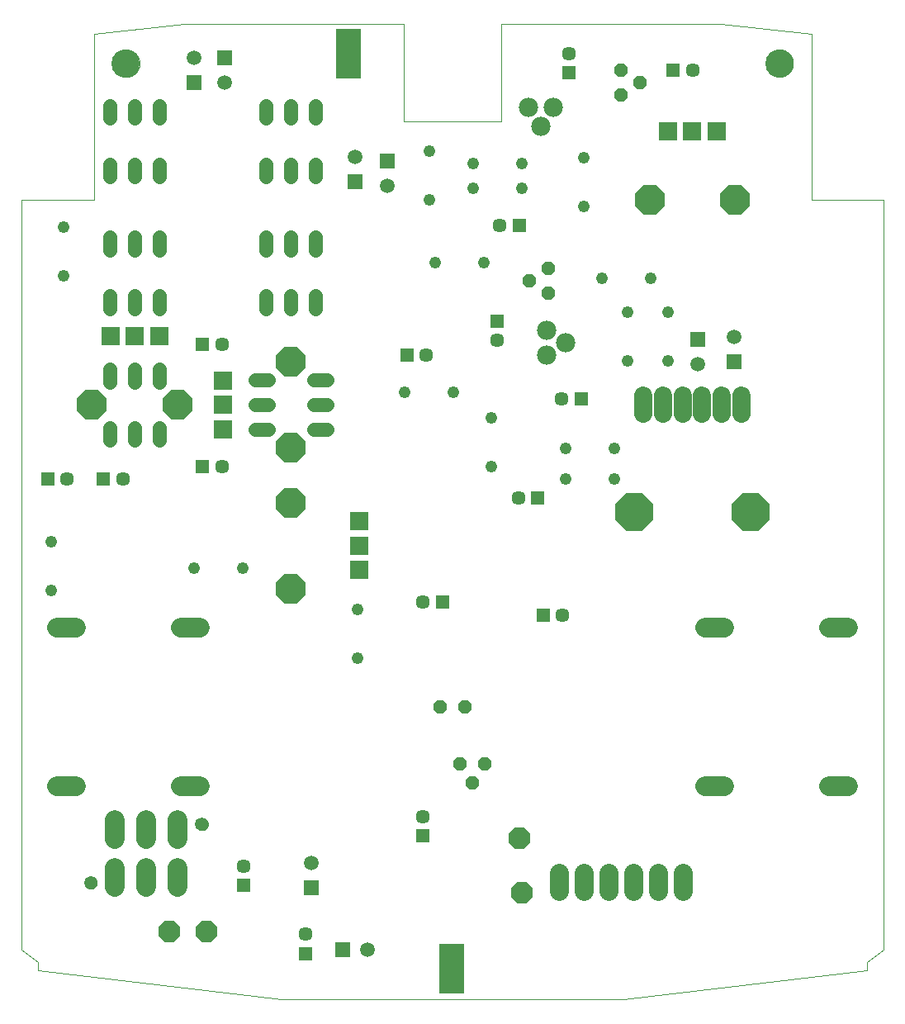
<source format=gbs>
G75*
%MOIN*%
%OFA0B0*%
%FSLAX25Y25*%
%IPPOS*%
%LPD*%
%AMOC8*
5,1,8,0,0,1.08239X$1,22.5*
%
%ADD10C,0.00000*%
%ADD11C,0.04900*%
%ADD12R,0.05715X0.05715*%
%ADD13C,0.05715*%
%ADD14C,0.05943*%
%ADD15R,0.05943X0.05943*%
%ADD16C,0.05600*%
%ADD17C,0.08077*%
%ADD18OC8,0.05600*%
%ADD19OC8,0.08900*%
%ADD20C,0.07800*%
%ADD21R,0.07800X0.07800*%
%ADD22OC8,0.12211*%
%ADD23C,0.07487*%
%ADD24OC8,0.15400*%
%ADD25C,0.07800*%
%ADD26C,0.05321*%
%ADD27C,0.11424*%
%ADD28R,0.10400X0.20400*%
D10*
X0035280Y0038800D02*
X0041933Y0034115D01*
X0041933Y0030611D01*
X0140358Y0018800D01*
X0278154Y0018800D01*
X0376579Y0030611D01*
X0376579Y0034115D01*
X0383272Y0038800D01*
X0383272Y0341635D01*
X0354138Y0341635D01*
X0354138Y0408564D01*
X0317524Y0412501D01*
X0228941Y0412501D01*
X0228941Y0373131D01*
X0189571Y0373131D01*
X0189571Y0412501D01*
X0100988Y0412501D01*
X0064374Y0408564D01*
X0064374Y0341635D01*
X0035240Y0341635D01*
X0035280Y0038800D01*
X0041933Y0030611D02*
X0140358Y0018800D01*
X0278154Y0018800D01*
X0376579Y0030611D01*
X0105535Y0089666D02*
X0105537Y0089765D01*
X0105543Y0089864D01*
X0105553Y0089963D01*
X0105567Y0090061D01*
X0105585Y0090158D01*
X0105607Y0090255D01*
X0105632Y0090351D01*
X0105662Y0090445D01*
X0105695Y0090539D01*
X0105732Y0090631D01*
X0105773Y0090721D01*
X0105817Y0090810D01*
X0105865Y0090896D01*
X0105916Y0090981D01*
X0105971Y0091064D01*
X0106029Y0091144D01*
X0106090Y0091222D01*
X0106154Y0091298D01*
X0106221Y0091371D01*
X0106291Y0091441D01*
X0106364Y0091508D01*
X0106440Y0091572D01*
X0106518Y0091633D01*
X0106598Y0091691D01*
X0106681Y0091746D01*
X0106765Y0091797D01*
X0106852Y0091845D01*
X0106941Y0091889D01*
X0107031Y0091930D01*
X0107123Y0091967D01*
X0107217Y0092000D01*
X0107311Y0092030D01*
X0107407Y0092055D01*
X0107504Y0092077D01*
X0107601Y0092095D01*
X0107699Y0092109D01*
X0107798Y0092119D01*
X0107897Y0092125D01*
X0107996Y0092127D01*
X0108095Y0092125D01*
X0108194Y0092119D01*
X0108293Y0092109D01*
X0108391Y0092095D01*
X0108488Y0092077D01*
X0108585Y0092055D01*
X0108681Y0092030D01*
X0108775Y0092000D01*
X0108869Y0091967D01*
X0108961Y0091930D01*
X0109051Y0091889D01*
X0109140Y0091845D01*
X0109226Y0091797D01*
X0109311Y0091746D01*
X0109394Y0091691D01*
X0109474Y0091633D01*
X0109552Y0091572D01*
X0109628Y0091508D01*
X0109701Y0091441D01*
X0109771Y0091371D01*
X0109838Y0091298D01*
X0109902Y0091222D01*
X0109963Y0091144D01*
X0110021Y0091064D01*
X0110076Y0090981D01*
X0110127Y0090897D01*
X0110175Y0090810D01*
X0110219Y0090721D01*
X0110260Y0090631D01*
X0110297Y0090539D01*
X0110330Y0090445D01*
X0110360Y0090351D01*
X0110385Y0090255D01*
X0110407Y0090158D01*
X0110425Y0090061D01*
X0110439Y0089963D01*
X0110449Y0089864D01*
X0110455Y0089765D01*
X0110457Y0089666D01*
X0110455Y0089567D01*
X0110449Y0089468D01*
X0110439Y0089369D01*
X0110425Y0089271D01*
X0110407Y0089174D01*
X0110385Y0089077D01*
X0110360Y0088981D01*
X0110330Y0088887D01*
X0110297Y0088793D01*
X0110260Y0088701D01*
X0110219Y0088611D01*
X0110175Y0088522D01*
X0110127Y0088436D01*
X0110076Y0088351D01*
X0110021Y0088268D01*
X0109963Y0088188D01*
X0109902Y0088110D01*
X0109838Y0088034D01*
X0109771Y0087961D01*
X0109701Y0087891D01*
X0109628Y0087824D01*
X0109552Y0087760D01*
X0109474Y0087699D01*
X0109394Y0087641D01*
X0109311Y0087586D01*
X0109227Y0087535D01*
X0109140Y0087487D01*
X0109051Y0087443D01*
X0108961Y0087402D01*
X0108869Y0087365D01*
X0108775Y0087332D01*
X0108681Y0087302D01*
X0108585Y0087277D01*
X0108488Y0087255D01*
X0108391Y0087237D01*
X0108293Y0087223D01*
X0108194Y0087213D01*
X0108095Y0087207D01*
X0107996Y0087205D01*
X0107897Y0087207D01*
X0107798Y0087213D01*
X0107699Y0087223D01*
X0107601Y0087237D01*
X0107504Y0087255D01*
X0107407Y0087277D01*
X0107311Y0087302D01*
X0107217Y0087332D01*
X0107123Y0087365D01*
X0107031Y0087402D01*
X0106941Y0087443D01*
X0106852Y0087487D01*
X0106766Y0087535D01*
X0106681Y0087586D01*
X0106598Y0087641D01*
X0106518Y0087699D01*
X0106440Y0087760D01*
X0106364Y0087824D01*
X0106291Y0087891D01*
X0106221Y0087961D01*
X0106154Y0088034D01*
X0106090Y0088110D01*
X0106029Y0088188D01*
X0105971Y0088268D01*
X0105916Y0088351D01*
X0105865Y0088435D01*
X0105817Y0088522D01*
X0105773Y0088611D01*
X0105732Y0088701D01*
X0105695Y0088793D01*
X0105662Y0088887D01*
X0105632Y0088981D01*
X0105607Y0089077D01*
X0105585Y0089174D01*
X0105567Y0089271D01*
X0105553Y0089369D01*
X0105543Y0089468D01*
X0105537Y0089567D01*
X0105535Y0089666D01*
X0060653Y0066044D02*
X0060655Y0066143D01*
X0060661Y0066242D01*
X0060671Y0066341D01*
X0060685Y0066439D01*
X0060703Y0066536D01*
X0060725Y0066633D01*
X0060750Y0066729D01*
X0060780Y0066823D01*
X0060813Y0066917D01*
X0060850Y0067009D01*
X0060891Y0067099D01*
X0060935Y0067188D01*
X0060983Y0067274D01*
X0061034Y0067359D01*
X0061089Y0067442D01*
X0061147Y0067522D01*
X0061208Y0067600D01*
X0061272Y0067676D01*
X0061339Y0067749D01*
X0061409Y0067819D01*
X0061482Y0067886D01*
X0061558Y0067950D01*
X0061636Y0068011D01*
X0061716Y0068069D01*
X0061799Y0068124D01*
X0061883Y0068175D01*
X0061970Y0068223D01*
X0062059Y0068267D01*
X0062149Y0068308D01*
X0062241Y0068345D01*
X0062335Y0068378D01*
X0062429Y0068408D01*
X0062525Y0068433D01*
X0062622Y0068455D01*
X0062719Y0068473D01*
X0062817Y0068487D01*
X0062916Y0068497D01*
X0063015Y0068503D01*
X0063114Y0068505D01*
X0063213Y0068503D01*
X0063312Y0068497D01*
X0063411Y0068487D01*
X0063509Y0068473D01*
X0063606Y0068455D01*
X0063703Y0068433D01*
X0063799Y0068408D01*
X0063893Y0068378D01*
X0063987Y0068345D01*
X0064079Y0068308D01*
X0064169Y0068267D01*
X0064258Y0068223D01*
X0064344Y0068175D01*
X0064429Y0068124D01*
X0064512Y0068069D01*
X0064592Y0068011D01*
X0064670Y0067950D01*
X0064746Y0067886D01*
X0064819Y0067819D01*
X0064889Y0067749D01*
X0064956Y0067676D01*
X0065020Y0067600D01*
X0065081Y0067522D01*
X0065139Y0067442D01*
X0065194Y0067359D01*
X0065245Y0067275D01*
X0065293Y0067188D01*
X0065337Y0067099D01*
X0065378Y0067009D01*
X0065415Y0066917D01*
X0065448Y0066823D01*
X0065478Y0066729D01*
X0065503Y0066633D01*
X0065525Y0066536D01*
X0065543Y0066439D01*
X0065557Y0066341D01*
X0065567Y0066242D01*
X0065573Y0066143D01*
X0065575Y0066044D01*
X0065573Y0065945D01*
X0065567Y0065846D01*
X0065557Y0065747D01*
X0065543Y0065649D01*
X0065525Y0065552D01*
X0065503Y0065455D01*
X0065478Y0065359D01*
X0065448Y0065265D01*
X0065415Y0065171D01*
X0065378Y0065079D01*
X0065337Y0064989D01*
X0065293Y0064900D01*
X0065245Y0064814D01*
X0065194Y0064729D01*
X0065139Y0064646D01*
X0065081Y0064566D01*
X0065020Y0064488D01*
X0064956Y0064412D01*
X0064889Y0064339D01*
X0064819Y0064269D01*
X0064746Y0064202D01*
X0064670Y0064138D01*
X0064592Y0064077D01*
X0064512Y0064019D01*
X0064429Y0063964D01*
X0064345Y0063913D01*
X0064258Y0063865D01*
X0064169Y0063821D01*
X0064079Y0063780D01*
X0063987Y0063743D01*
X0063893Y0063710D01*
X0063799Y0063680D01*
X0063703Y0063655D01*
X0063606Y0063633D01*
X0063509Y0063615D01*
X0063411Y0063601D01*
X0063312Y0063591D01*
X0063213Y0063585D01*
X0063114Y0063583D01*
X0063015Y0063585D01*
X0062916Y0063591D01*
X0062817Y0063601D01*
X0062719Y0063615D01*
X0062622Y0063633D01*
X0062525Y0063655D01*
X0062429Y0063680D01*
X0062335Y0063710D01*
X0062241Y0063743D01*
X0062149Y0063780D01*
X0062059Y0063821D01*
X0061970Y0063865D01*
X0061884Y0063913D01*
X0061799Y0063964D01*
X0061716Y0064019D01*
X0061636Y0064077D01*
X0061558Y0064138D01*
X0061482Y0064202D01*
X0061409Y0064269D01*
X0061339Y0064339D01*
X0061272Y0064412D01*
X0061208Y0064488D01*
X0061147Y0064566D01*
X0061089Y0064646D01*
X0061034Y0064729D01*
X0060983Y0064813D01*
X0060935Y0064900D01*
X0060891Y0064989D01*
X0060850Y0065079D01*
X0060813Y0065171D01*
X0060780Y0065265D01*
X0060750Y0065359D01*
X0060725Y0065455D01*
X0060703Y0065552D01*
X0060685Y0065649D01*
X0060671Y0065747D01*
X0060661Y0065846D01*
X0060655Y0065945D01*
X0060653Y0066044D01*
X0071854Y0396753D02*
X0071856Y0396901D01*
X0071862Y0397049D01*
X0071872Y0397197D01*
X0071886Y0397344D01*
X0071904Y0397491D01*
X0071925Y0397637D01*
X0071951Y0397783D01*
X0071981Y0397928D01*
X0072014Y0398072D01*
X0072052Y0398215D01*
X0072093Y0398357D01*
X0072138Y0398498D01*
X0072186Y0398638D01*
X0072239Y0398777D01*
X0072295Y0398914D01*
X0072355Y0399049D01*
X0072418Y0399183D01*
X0072485Y0399315D01*
X0072556Y0399445D01*
X0072630Y0399573D01*
X0072707Y0399699D01*
X0072788Y0399823D01*
X0072872Y0399945D01*
X0072959Y0400064D01*
X0073050Y0400181D01*
X0073144Y0400296D01*
X0073240Y0400408D01*
X0073340Y0400518D01*
X0073442Y0400624D01*
X0073548Y0400728D01*
X0073656Y0400829D01*
X0073767Y0400927D01*
X0073880Y0401023D01*
X0073996Y0401115D01*
X0074114Y0401204D01*
X0074235Y0401289D01*
X0074358Y0401372D01*
X0074483Y0401451D01*
X0074610Y0401527D01*
X0074739Y0401599D01*
X0074870Y0401668D01*
X0075003Y0401733D01*
X0075138Y0401794D01*
X0075274Y0401852D01*
X0075411Y0401907D01*
X0075550Y0401957D01*
X0075691Y0402004D01*
X0075832Y0402047D01*
X0075975Y0402087D01*
X0076119Y0402122D01*
X0076263Y0402154D01*
X0076409Y0402181D01*
X0076555Y0402205D01*
X0076702Y0402225D01*
X0076849Y0402241D01*
X0076996Y0402253D01*
X0077144Y0402261D01*
X0077292Y0402265D01*
X0077440Y0402265D01*
X0077588Y0402261D01*
X0077736Y0402253D01*
X0077883Y0402241D01*
X0078030Y0402225D01*
X0078177Y0402205D01*
X0078323Y0402181D01*
X0078469Y0402154D01*
X0078613Y0402122D01*
X0078757Y0402087D01*
X0078900Y0402047D01*
X0079041Y0402004D01*
X0079182Y0401957D01*
X0079321Y0401907D01*
X0079458Y0401852D01*
X0079594Y0401794D01*
X0079729Y0401733D01*
X0079862Y0401668D01*
X0079993Y0401599D01*
X0080122Y0401527D01*
X0080249Y0401451D01*
X0080374Y0401372D01*
X0080497Y0401289D01*
X0080618Y0401204D01*
X0080736Y0401115D01*
X0080852Y0401023D01*
X0080965Y0400927D01*
X0081076Y0400829D01*
X0081184Y0400728D01*
X0081290Y0400624D01*
X0081392Y0400518D01*
X0081492Y0400408D01*
X0081588Y0400296D01*
X0081682Y0400181D01*
X0081773Y0400064D01*
X0081860Y0399945D01*
X0081944Y0399823D01*
X0082025Y0399699D01*
X0082102Y0399573D01*
X0082176Y0399445D01*
X0082247Y0399315D01*
X0082314Y0399183D01*
X0082377Y0399049D01*
X0082437Y0398914D01*
X0082493Y0398777D01*
X0082546Y0398638D01*
X0082594Y0398498D01*
X0082639Y0398357D01*
X0082680Y0398215D01*
X0082718Y0398072D01*
X0082751Y0397928D01*
X0082781Y0397783D01*
X0082807Y0397637D01*
X0082828Y0397491D01*
X0082846Y0397344D01*
X0082860Y0397197D01*
X0082870Y0397049D01*
X0082876Y0396901D01*
X0082878Y0396753D01*
X0082876Y0396605D01*
X0082870Y0396457D01*
X0082860Y0396309D01*
X0082846Y0396162D01*
X0082828Y0396015D01*
X0082807Y0395869D01*
X0082781Y0395723D01*
X0082751Y0395578D01*
X0082718Y0395434D01*
X0082680Y0395291D01*
X0082639Y0395149D01*
X0082594Y0395008D01*
X0082546Y0394868D01*
X0082493Y0394729D01*
X0082437Y0394592D01*
X0082377Y0394457D01*
X0082314Y0394323D01*
X0082247Y0394191D01*
X0082176Y0394061D01*
X0082102Y0393933D01*
X0082025Y0393807D01*
X0081944Y0393683D01*
X0081860Y0393561D01*
X0081773Y0393442D01*
X0081682Y0393325D01*
X0081588Y0393210D01*
X0081492Y0393098D01*
X0081392Y0392988D01*
X0081290Y0392882D01*
X0081184Y0392778D01*
X0081076Y0392677D01*
X0080965Y0392579D01*
X0080852Y0392483D01*
X0080736Y0392391D01*
X0080618Y0392302D01*
X0080497Y0392217D01*
X0080374Y0392134D01*
X0080249Y0392055D01*
X0080122Y0391979D01*
X0079993Y0391907D01*
X0079862Y0391838D01*
X0079729Y0391773D01*
X0079594Y0391712D01*
X0079458Y0391654D01*
X0079321Y0391599D01*
X0079182Y0391549D01*
X0079041Y0391502D01*
X0078900Y0391459D01*
X0078757Y0391419D01*
X0078613Y0391384D01*
X0078469Y0391352D01*
X0078323Y0391325D01*
X0078177Y0391301D01*
X0078030Y0391281D01*
X0077883Y0391265D01*
X0077736Y0391253D01*
X0077588Y0391245D01*
X0077440Y0391241D01*
X0077292Y0391241D01*
X0077144Y0391245D01*
X0076996Y0391253D01*
X0076849Y0391265D01*
X0076702Y0391281D01*
X0076555Y0391301D01*
X0076409Y0391325D01*
X0076263Y0391352D01*
X0076119Y0391384D01*
X0075975Y0391419D01*
X0075832Y0391459D01*
X0075691Y0391502D01*
X0075550Y0391549D01*
X0075411Y0391599D01*
X0075274Y0391654D01*
X0075138Y0391712D01*
X0075003Y0391773D01*
X0074870Y0391838D01*
X0074739Y0391907D01*
X0074610Y0391979D01*
X0074483Y0392055D01*
X0074358Y0392134D01*
X0074235Y0392217D01*
X0074114Y0392302D01*
X0073996Y0392391D01*
X0073880Y0392483D01*
X0073767Y0392579D01*
X0073656Y0392677D01*
X0073548Y0392778D01*
X0073442Y0392882D01*
X0073340Y0392988D01*
X0073240Y0393098D01*
X0073144Y0393210D01*
X0073050Y0393325D01*
X0072959Y0393442D01*
X0072872Y0393561D01*
X0072788Y0393683D01*
X0072707Y0393807D01*
X0072630Y0393933D01*
X0072556Y0394061D01*
X0072485Y0394191D01*
X0072418Y0394323D01*
X0072355Y0394457D01*
X0072295Y0394592D01*
X0072239Y0394729D01*
X0072186Y0394868D01*
X0072138Y0395008D01*
X0072093Y0395149D01*
X0072052Y0395291D01*
X0072014Y0395434D01*
X0071981Y0395578D01*
X0071951Y0395723D01*
X0071925Y0395869D01*
X0071904Y0396015D01*
X0071886Y0396162D01*
X0071872Y0396309D01*
X0071862Y0396457D01*
X0071856Y0396605D01*
X0071854Y0396753D01*
X0335634Y0396753D02*
X0335636Y0396901D01*
X0335642Y0397049D01*
X0335652Y0397197D01*
X0335666Y0397344D01*
X0335684Y0397491D01*
X0335705Y0397637D01*
X0335731Y0397783D01*
X0335761Y0397928D01*
X0335794Y0398072D01*
X0335832Y0398215D01*
X0335873Y0398357D01*
X0335918Y0398498D01*
X0335966Y0398638D01*
X0336019Y0398777D01*
X0336075Y0398914D01*
X0336135Y0399049D01*
X0336198Y0399183D01*
X0336265Y0399315D01*
X0336336Y0399445D01*
X0336410Y0399573D01*
X0336487Y0399699D01*
X0336568Y0399823D01*
X0336652Y0399945D01*
X0336739Y0400064D01*
X0336830Y0400181D01*
X0336924Y0400296D01*
X0337020Y0400408D01*
X0337120Y0400518D01*
X0337222Y0400624D01*
X0337328Y0400728D01*
X0337436Y0400829D01*
X0337547Y0400927D01*
X0337660Y0401023D01*
X0337776Y0401115D01*
X0337894Y0401204D01*
X0338015Y0401289D01*
X0338138Y0401372D01*
X0338263Y0401451D01*
X0338390Y0401527D01*
X0338519Y0401599D01*
X0338650Y0401668D01*
X0338783Y0401733D01*
X0338918Y0401794D01*
X0339054Y0401852D01*
X0339191Y0401907D01*
X0339330Y0401957D01*
X0339471Y0402004D01*
X0339612Y0402047D01*
X0339755Y0402087D01*
X0339899Y0402122D01*
X0340043Y0402154D01*
X0340189Y0402181D01*
X0340335Y0402205D01*
X0340482Y0402225D01*
X0340629Y0402241D01*
X0340776Y0402253D01*
X0340924Y0402261D01*
X0341072Y0402265D01*
X0341220Y0402265D01*
X0341368Y0402261D01*
X0341516Y0402253D01*
X0341663Y0402241D01*
X0341810Y0402225D01*
X0341957Y0402205D01*
X0342103Y0402181D01*
X0342249Y0402154D01*
X0342393Y0402122D01*
X0342537Y0402087D01*
X0342680Y0402047D01*
X0342821Y0402004D01*
X0342962Y0401957D01*
X0343101Y0401907D01*
X0343238Y0401852D01*
X0343374Y0401794D01*
X0343509Y0401733D01*
X0343642Y0401668D01*
X0343773Y0401599D01*
X0343902Y0401527D01*
X0344029Y0401451D01*
X0344154Y0401372D01*
X0344277Y0401289D01*
X0344398Y0401204D01*
X0344516Y0401115D01*
X0344632Y0401023D01*
X0344745Y0400927D01*
X0344856Y0400829D01*
X0344964Y0400728D01*
X0345070Y0400624D01*
X0345172Y0400518D01*
X0345272Y0400408D01*
X0345368Y0400296D01*
X0345462Y0400181D01*
X0345553Y0400064D01*
X0345640Y0399945D01*
X0345724Y0399823D01*
X0345805Y0399699D01*
X0345882Y0399573D01*
X0345956Y0399445D01*
X0346027Y0399315D01*
X0346094Y0399183D01*
X0346157Y0399049D01*
X0346217Y0398914D01*
X0346273Y0398777D01*
X0346326Y0398638D01*
X0346374Y0398498D01*
X0346419Y0398357D01*
X0346460Y0398215D01*
X0346498Y0398072D01*
X0346531Y0397928D01*
X0346561Y0397783D01*
X0346587Y0397637D01*
X0346608Y0397491D01*
X0346626Y0397344D01*
X0346640Y0397197D01*
X0346650Y0397049D01*
X0346656Y0396901D01*
X0346658Y0396753D01*
X0346656Y0396605D01*
X0346650Y0396457D01*
X0346640Y0396309D01*
X0346626Y0396162D01*
X0346608Y0396015D01*
X0346587Y0395869D01*
X0346561Y0395723D01*
X0346531Y0395578D01*
X0346498Y0395434D01*
X0346460Y0395291D01*
X0346419Y0395149D01*
X0346374Y0395008D01*
X0346326Y0394868D01*
X0346273Y0394729D01*
X0346217Y0394592D01*
X0346157Y0394457D01*
X0346094Y0394323D01*
X0346027Y0394191D01*
X0345956Y0394061D01*
X0345882Y0393933D01*
X0345805Y0393807D01*
X0345724Y0393683D01*
X0345640Y0393561D01*
X0345553Y0393442D01*
X0345462Y0393325D01*
X0345368Y0393210D01*
X0345272Y0393098D01*
X0345172Y0392988D01*
X0345070Y0392882D01*
X0344964Y0392778D01*
X0344856Y0392677D01*
X0344745Y0392579D01*
X0344632Y0392483D01*
X0344516Y0392391D01*
X0344398Y0392302D01*
X0344277Y0392217D01*
X0344154Y0392134D01*
X0344029Y0392055D01*
X0343902Y0391979D01*
X0343773Y0391907D01*
X0343642Y0391838D01*
X0343509Y0391773D01*
X0343374Y0391712D01*
X0343238Y0391654D01*
X0343101Y0391599D01*
X0342962Y0391549D01*
X0342821Y0391502D01*
X0342680Y0391459D01*
X0342537Y0391419D01*
X0342393Y0391384D01*
X0342249Y0391352D01*
X0342103Y0391325D01*
X0341957Y0391301D01*
X0341810Y0391281D01*
X0341663Y0391265D01*
X0341516Y0391253D01*
X0341368Y0391245D01*
X0341220Y0391241D01*
X0341072Y0391241D01*
X0340924Y0391245D01*
X0340776Y0391253D01*
X0340629Y0391265D01*
X0340482Y0391281D01*
X0340335Y0391301D01*
X0340189Y0391325D01*
X0340043Y0391352D01*
X0339899Y0391384D01*
X0339755Y0391419D01*
X0339612Y0391459D01*
X0339471Y0391502D01*
X0339330Y0391549D01*
X0339191Y0391599D01*
X0339054Y0391654D01*
X0338918Y0391712D01*
X0338783Y0391773D01*
X0338650Y0391838D01*
X0338519Y0391907D01*
X0338390Y0391979D01*
X0338263Y0392055D01*
X0338138Y0392134D01*
X0338015Y0392217D01*
X0337894Y0392302D01*
X0337776Y0392391D01*
X0337660Y0392483D01*
X0337547Y0392579D01*
X0337436Y0392677D01*
X0337328Y0392778D01*
X0337222Y0392882D01*
X0337120Y0392988D01*
X0337020Y0393098D01*
X0336924Y0393210D01*
X0336830Y0393325D01*
X0336739Y0393442D01*
X0336652Y0393561D01*
X0336568Y0393683D01*
X0336487Y0393807D01*
X0336410Y0393933D01*
X0336336Y0394061D01*
X0336265Y0394191D01*
X0336198Y0394323D01*
X0336135Y0394457D01*
X0336075Y0394592D01*
X0336019Y0394729D01*
X0335966Y0394868D01*
X0335918Y0395008D01*
X0335873Y0395149D01*
X0335832Y0395291D01*
X0335794Y0395434D01*
X0335761Y0395578D01*
X0335731Y0395723D01*
X0335705Y0395869D01*
X0335684Y0396015D01*
X0335666Y0396162D01*
X0335652Y0396309D01*
X0335642Y0396457D01*
X0335636Y0396605D01*
X0335634Y0396753D01*
D11*
X0262248Y0358643D03*
X0262248Y0338957D03*
X0237091Y0346300D03*
X0237091Y0356300D03*
X0217406Y0356300D03*
X0217406Y0346300D03*
X0199748Y0341457D03*
X0199748Y0361143D03*
X0202248Y0316300D03*
X0221933Y0316300D03*
X0269406Y0309800D03*
X0279748Y0296143D03*
X0296248Y0296143D03*
X0289091Y0309800D03*
X0296248Y0276457D03*
X0279748Y0276457D03*
X0274591Y0241300D03*
X0274591Y0228800D03*
X0254906Y0228800D03*
X0254906Y0241300D03*
X0224748Y0233957D03*
X0224748Y0253643D03*
X0209433Y0263800D03*
X0189748Y0263800D03*
X0124591Y0192800D03*
X0104906Y0192800D03*
X0047248Y0183957D03*
X0047248Y0203643D03*
X0052248Y0310957D03*
X0052248Y0330643D03*
X0170748Y0176143D03*
X0170748Y0156457D03*
D12*
X0205185Y0179300D03*
X0245811Y0173800D03*
X0243685Y0221300D03*
X0261185Y0261300D03*
X0227248Y0292737D03*
X0190811Y0278800D03*
X0236185Y0331300D03*
X0256248Y0392863D03*
X0298311Y0393800D03*
X0108311Y0283300D03*
X0108311Y0233800D03*
X0068311Y0228800D03*
X0045811Y0228800D03*
X0197248Y0084863D03*
X0149748Y0037363D03*
X0124748Y0064863D03*
D13*
X0124748Y0072737D03*
X0149748Y0045237D03*
X0197248Y0092737D03*
X0253685Y0173800D03*
X0235811Y0221300D03*
X0253311Y0261300D03*
X0227248Y0284863D03*
X0198685Y0278800D03*
X0228311Y0331300D03*
X0256248Y0400737D03*
X0306185Y0393800D03*
X0116185Y0283300D03*
X0116185Y0233800D03*
X0076185Y0228800D03*
X0053685Y0228800D03*
X0197311Y0179300D03*
D14*
X0152248Y0073800D03*
X0174748Y0038800D03*
X0308248Y0275300D03*
X0322748Y0286300D03*
X0182748Y0347300D03*
X0169748Y0358800D03*
X0117248Y0388800D03*
X0104748Y0398800D03*
D15*
X0104748Y0388800D03*
X0117248Y0398800D03*
X0169748Y0348800D03*
X0182748Y0357300D03*
X0308248Y0285300D03*
X0322748Y0276300D03*
X0152248Y0063800D03*
X0164748Y0038800D03*
D16*
X0090988Y0244489D02*
X0090988Y0249689D01*
X0080988Y0249689D02*
X0080988Y0244489D01*
X0070988Y0244489D02*
X0070988Y0249689D01*
X0070988Y0268111D02*
X0070988Y0273311D01*
X0080988Y0273311D02*
X0080988Y0268111D01*
X0090988Y0268111D02*
X0090988Y0273311D01*
X0090988Y0297696D02*
X0090988Y0302896D01*
X0080988Y0302896D02*
X0080988Y0297696D01*
X0070988Y0297696D02*
X0070988Y0302896D01*
X0070988Y0321318D02*
X0070988Y0326518D01*
X0080988Y0326518D02*
X0080988Y0321318D01*
X0090988Y0321318D02*
X0090988Y0326518D01*
X0090988Y0350846D02*
X0090988Y0356046D01*
X0080988Y0356046D02*
X0080988Y0350846D01*
X0070988Y0350846D02*
X0070988Y0356046D01*
X0070988Y0374468D02*
X0070988Y0379668D01*
X0080988Y0379668D02*
X0080988Y0374468D01*
X0090988Y0374468D02*
X0090988Y0379668D01*
X0133980Y0379668D02*
X0133980Y0374468D01*
X0143980Y0374468D02*
X0143980Y0379668D01*
X0153980Y0379668D02*
X0153980Y0374468D01*
X0153980Y0356046D02*
X0153980Y0350846D01*
X0143980Y0350846D02*
X0143980Y0356046D01*
X0133980Y0356046D02*
X0133980Y0350846D01*
X0133980Y0326518D02*
X0133980Y0321318D01*
X0143980Y0321318D02*
X0143980Y0326518D01*
X0153980Y0326518D02*
X0153980Y0321318D01*
X0153980Y0302896D02*
X0153980Y0297696D01*
X0143980Y0297696D02*
X0143980Y0302896D01*
X0133980Y0302896D02*
X0133980Y0297696D01*
X0134769Y0268800D02*
X0129569Y0268800D01*
X0129569Y0258800D02*
X0134769Y0258800D01*
X0134769Y0248800D02*
X0129569Y0248800D01*
X0153191Y0248800D02*
X0158391Y0248800D01*
X0158391Y0258800D02*
X0153191Y0258800D01*
X0153191Y0268800D02*
X0158391Y0268800D01*
D17*
X0107307Y0168859D02*
X0099630Y0168859D01*
X0057307Y0168859D02*
X0049630Y0168859D01*
X0049630Y0104961D02*
X0057307Y0104961D01*
X0072957Y0091438D02*
X0072957Y0083761D01*
X0072957Y0071950D02*
X0072957Y0064272D01*
X0085555Y0064272D02*
X0085555Y0071950D01*
X0085555Y0083761D02*
X0085555Y0091438D01*
X0098154Y0091438D02*
X0098154Y0083761D01*
X0098154Y0071950D02*
X0098154Y0064272D01*
X0099630Y0104961D02*
X0107307Y0104961D01*
X0311244Y0104961D02*
X0318921Y0104961D01*
X0361244Y0104961D02*
X0368921Y0104961D01*
X0368921Y0168859D02*
X0361244Y0168859D01*
X0318921Y0168859D02*
X0311244Y0168859D01*
D18*
X0222248Y0113800D03*
X0217248Y0106300D03*
X0212248Y0113800D03*
X0214256Y0136910D03*
X0204256Y0136910D03*
X0247748Y0303800D03*
X0240248Y0308800D03*
X0247748Y0313800D03*
X0277248Y0383800D03*
X0284748Y0388800D03*
X0277248Y0393800D03*
D19*
X0236248Y0083800D03*
X0237248Y0061800D03*
X0109748Y0046300D03*
X0094748Y0046300D03*
D20*
X0247248Y0278800D03*
X0254748Y0283800D03*
X0247248Y0288800D03*
X0244748Y0371300D03*
X0239748Y0378800D03*
X0249748Y0378800D03*
D21*
X0296185Y0369194D03*
X0306028Y0369194D03*
X0315870Y0369194D03*
X0171539Y0211871D03*
X0171539Y0202028D03*
X0171539Y0192186D03*
X0116421Y0248957D03*
X0116421Y0258800D03*
X0116421Y0268643D03*
X0090831Y0286459D03*
X0080988Y0286459D03*
X0071146Y0286459D03*
D22*
X0063665Y0258900D03*
X0098311Y0258900D03*
X0143980Y0276123D03*
X0143980Y0241477D03*
X0143980Y0219351D03*
X0143980Y0184706D03*
X0288705Y0341635D03*
X0323350Y0341635D03*
D23*
X0325713Y0262501D02*
X0325713Y0255414D01*
X0317839Y0255414D02*
X0317839Y0262501D01*
X0309965Y0262501D02*
X0309965Y0255414D01*
X0302091Y0255414D02*
X0302091Y0262501D01*
X0294217Y0262501D02*
X0294217Y0255414D01*
X0286343Y0255414D02*
X0286343Y0262501D01*
D24*
X0282406Y0215650D03*
X0329650Y0215650D03*
D25*
X0302248Y0070000D02*
X0302248Y0062600D01*
X0292248Y0062600D02*
X0292248Y0070000D01*
X0282248Y0070000D02*
X0282248Y0062600D01*
X0272248Y0062600D02*
X0272248Y0070000D01*
X0262248Y0070000D02*
X0262248Y0062600D01*
X0252248Y0062600D02*
X0252248Y0070000D01*
D26*
X0107996Y0089666D03*
X0063114Y0066044D03*
D27*
X0077366Y0396753D03*
X0341146Y0396753D03*
D28*
X0167248Y0400690D03*
X0208862Y0031300D03*
M02*

</source>
